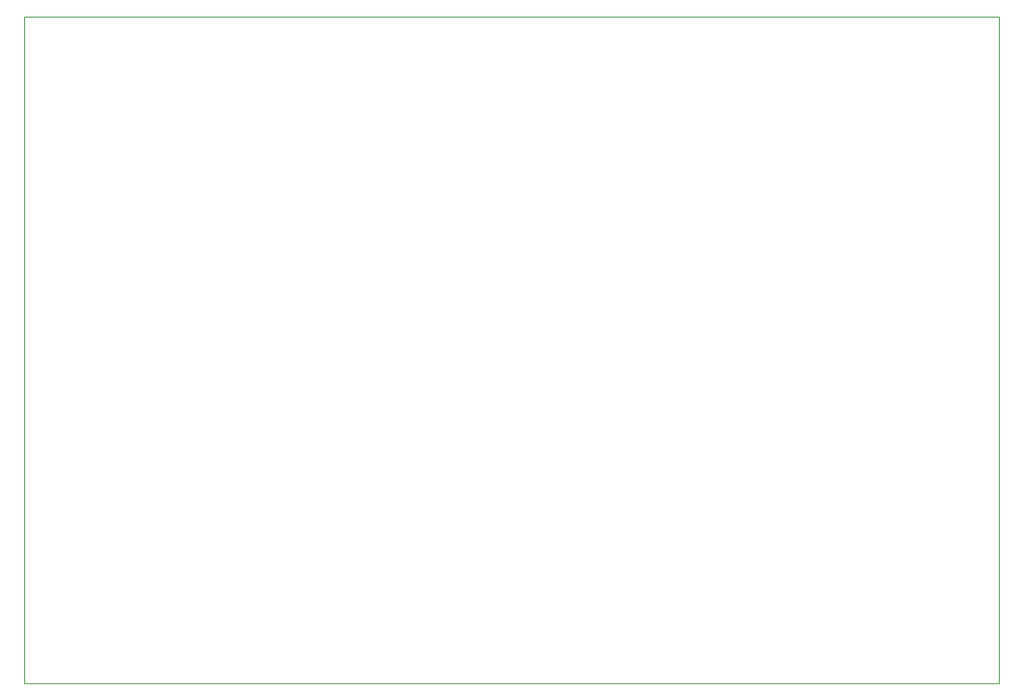
<source format=gm1>
%TF.GenerationSoftware,KiCad,Pcbnew,8.0.5*%
%TF.CreationDate,2025-06-09T19:50:20-04:00*%
%TF.ProjectId,fmcw_pcb,666d6377-5f70-4636-922e-6b696361645f,rev?*%
%TF.SameCoordinates,Original*%
%TF.FileFunction,Profile,NP*%
%FSLAX46Y46*%
G04 Gerber Fmt 4.6, Leading zero omitted, Abs format (unit mm)*
G04 Created by KiCad (PCBNEW 8.0.5) date 2025-06-09 19:50:20*
%MOMM*%
%LPD*%
G01*
G04 APERTURE LIST*
%TA.AperFunction,Profile*%
%ADD10C,0.050000*%
%TD*%
G04 APERTURE END LIST*
D10*
X49300000Y-70200000D02*
X148100000Y-70200000D01*
X148100000Y-137800000D01*
X49300000Y-137800000D01*
X49300000Y-70200000D01*
M02*

</source>
